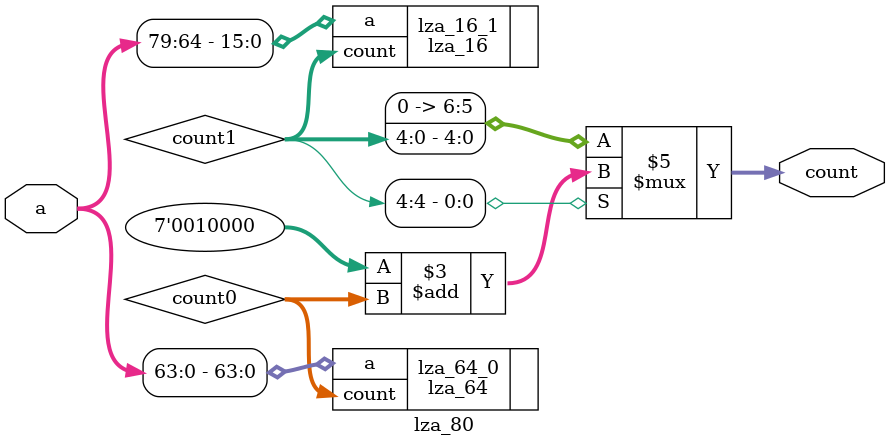
<source format=v>
module  lza_80 (
                a,
                count
                );
input   [79:0]  a;
output  [6:0]   count;
reg     [6:0]   count;

wire    [4:0]   count1;
wire    [6:0]   count0;


//instance lza_32
lza_16 lza_16_1 (
                  .a ( a[79:64]),
                  .count( count1)
                  );
//instance lza_32
lza_64 lza_64_0 (
                  .a ( a[63:0]),
                  .count( count0)
                  );


always @ ( * )
begin
    if ( count1[4] == 1'b1 )//leading 16 bits are all zero
    begin
        count = 7'd16 + count0;
    end
    else
    begin
        count = {2'b00, count1};
    end
end
endmodule   
    
    
    
    
    
    
    
    
    
    
    
    
    
    
    
    
    
    
    
</source>
